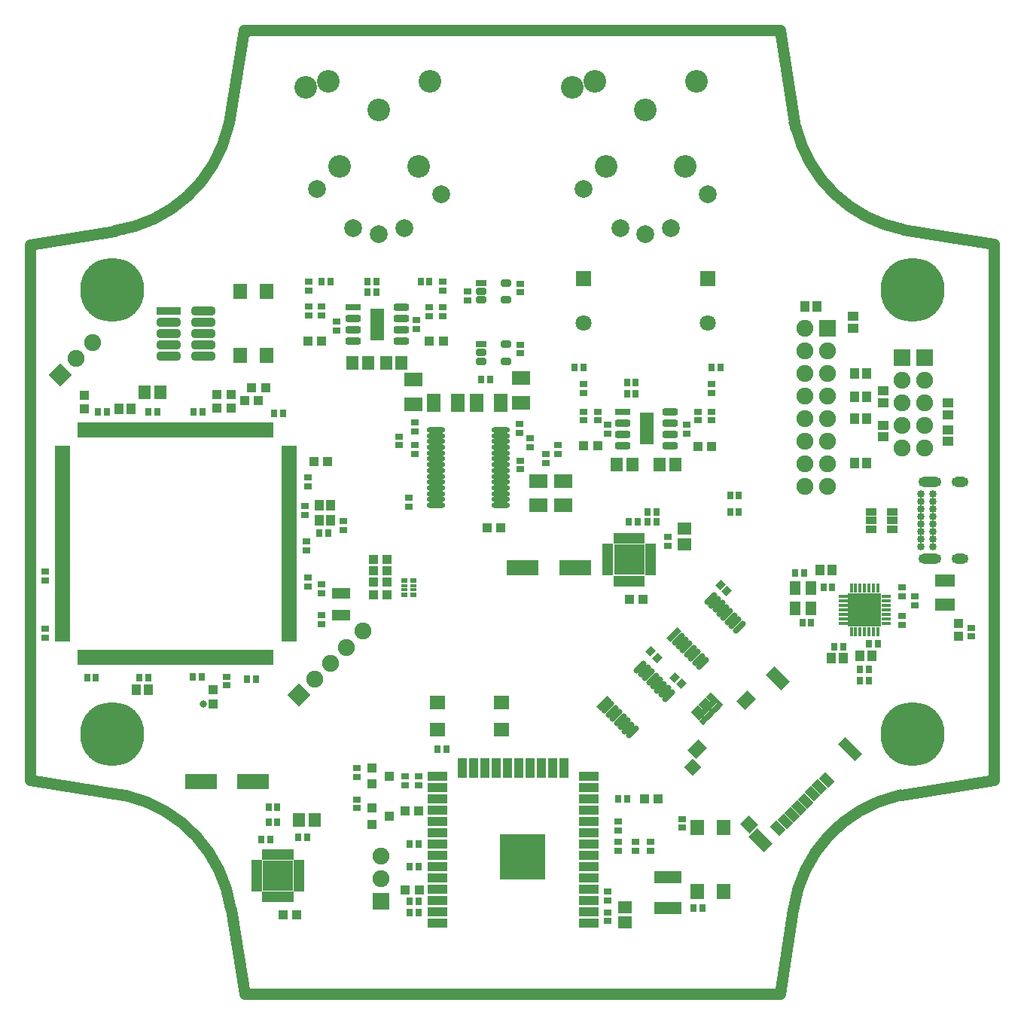
<source format=gts>
G04*
G04 #@! TF.GenerationSoftware,Altium Limited,Altium Designer,20.0.11 (256)*
G04*
G04 Layer_Color=8388736*
%FSLAX25Y25*%
%MOIN*%
G70*
G01*
G75*
%ADD75C,0.04921*%
%ADD76R,0.06312X0.05328*%
%ADD77R,0.01981X0.07099*%
%ADD78R,0.07099X0.01981*%
%ADD79R,0.03556X0.03162*%
%ADD80R,0.03162X0.03556*%
%ADD81R,0.07887X0.06312*%
G04:AMPARAMS|DCode=82|XSize=31.62mil|YSize=35.56mil|CornerRadius=0mil|HoleSize=0mil|Usage=FLASHONLY|Rotation=315.000|XOffset=0mil|YOffset=0mil|HoleType=Round|Shape=Rectangle|*
%AMROTATEDRECTD82*
4,1,4,-0.02375,-0.00139,0.00139,0.02375,0.02375,0.00139,-0.00139,-0.02375,-0.02375,-0.00139,0.0*
%
%ADD82ROTATEDRECTD82*%

%ADD83R,0.04147X0.04147*%
%ADD84R,0.13595X0.13595*%
%ADD85R,0.01981X0.04540*%
%ADD86R,0.04540X0.01981*%
%ADD87R,0.06312X0.07099*%
%ADD88R,0.10642X0.03753*%
G04:AMPARAMS|DCode=89|XSize=37.53mil|YSize=106.42mil|CornerRadius=11.38mil|HoleSize=0mil|Usage=FLASHONLY|Rotation=270.000|XOffset=0mil|YOffset=0mil|HoleType=Round|Shape=RoundedRectangle|*
%AMROUNDEDRECTD89*
21,1,0.03753,0.08366,0,0,270.0*
21,1,0.01476,0.10642,0,0,270.0*
1,1,0.02276,-0.04183,-0.00738*
1,1,0.02276,-0.04183,0.00738*
1,1,0.02276,0.04183,0.00738*
1,1,0.02276,0.04183,-0.00738*
%
%ADD89ROUNDEDRECTD89*%
%ADD90R,0.02769X0.01784*%
%ADD91R,0.02769X0.02178*%
%ADD92R,0.14383X0.06902*%
%ADD93R,0.03950X0.05131*%
%ADD94R,0.07887X0.04737*%
%ADD95R,0.05131X0.03359*%
%ADD96R,0.04143X0.04537*%
%ADD97R,0.04537X0.04143*%
%ADD98R,0.08792X0.05288*%
%ADD99R,0.03950X0.03950*%
%ADD100R,0.01824X0.04186*%
%ADD101R,0.04186X0.01824*%
%ADD102R,0.14580X0.14580*%
%ADD103R,0.05131X0.05918*%
G04:AMPARAMS|DCode=104|XSize=25.72mil|YSize=67.06mil|CornerRadius=0mil|HoleSize=0mil|Usage=FLASHONLY|Rotation=135.000|XOffset=0mil|YOffset=0mil|HoleType=Round|Shape=Rectangle|*
%AMROTATEDRECTD104*
4,1,4,0.03280,0.01462,-0.01462,-0.03280,-0.03280,-0.01462,0.01462,0.03280,0.03280,0.01462,0.0*
%
%ADD104ROTATEDRECTD104*%

G04:AMPARAMS|DCode=105|XSize=25.72mil|YSize=67.06mil|CornerRadius=8.43mil|HoleSize=0mil|Usage=FLASHONLY|Rotation=135.000|XOffset=0mil|YOffset=0mil|HoleType=Round|Shape=RoundedRectangle|*
%AMROUNDEDRECTD105*
21,1,0.02572,0.05020,0,0,135.0*
21,1,0.00886,0.06706,0,0,135.0*
1,1,0.01686,0.01462,0.02088*
1,1,0.01686,0.02088,0.01462*
1,1,0.01686,-0.01462,-0.02088*
1,1,0.01686,-0.02088,-0.01462*
%
%ADD105ROUNDEDRECTD105*%
%ADD106R,0.04737X0.03162*%
G04:AMPARAMS|DCode=107|XSize=31.62mil|YSize=47.37mil|CornerRadius=9.91mil|HoleSize=0mil|Usage=FLASHONLY|Rotation=90.000|XOffset=0mil|YOffset=0mil|HoleType=Round|Shape=RoundedRectangle|*
%AMROUNDEDRECTD107*
21,1,0.03162,0.02756,0,0,90.0*
21,1,0.01181,0.04737,0,0,90.0*
1,1,0.01981,0.01378,0.00591*
1,1,0.01981,0.01378,-0.00591*
1,1,0.01981,-0.01378,-0.00591*
1,1,0.01981,-0.01378,0.00591*
%
%ADD107ROUNDEDRECTD107*%
%ADD108R,0.05328X0.06312*%
%ADD109O,0.08083X0.02572*%
%ADD110R,0.06312X0.07887*%
G04:AMPARAMS|DCode=111|XSize=27.69mil|YSize=126.11mil|CornerRadius=0mil|HoleSize=0mil|Usage=FLASHONLY|Rotation=135.000|XOffset=0mil|YOffset=0mil|HoleType=Round|Shape=Rectangle|*
%AMROTATEDRECTD111*
4,1,4,0.05438,0.03480,-0.03480,-0.05438,-0.05438,-0.03480,0.03480,0.05438,0.05438,0.03480,0.0*
%
%ADD111ROTATEDRECTD111*%

G04:AMPARAMS|DCode=112|XSize=17.84mil|YSize=23.75mil|CornerRadius=0mil|HoleSize=0mil|Usage=FLASHONLY|Rotation=225.000|XOffset=0mil|YOffset=0mil|HoleType=Round|Shape=Rectangle|*
%AMROTATEDRECTD112*
4,1,4,-0.00209,0.01470,0.01470,-0.00209,0.00209,-0.01470,-0.01470,0.00209,-0.00209,0.01470,0.0*
%
%ADD112ROTATEDRECTD112*%

%ADD113R,0.12217X0.05721*%
%ADD114R,0.07099X0.06312*%
%ADD115R,0.04343X0.03950*%
%ADD116R,0.04147X0.04147*%
%ADD117R,0.08674X0.04343*%
%ADD118R,0.04343X0.08674*%
%ADD119R,0.20485X0.20485*%
%ADD120R,0.03950X0.03950*%
G04:AMPARAMS|DCode=121|XSize=39.5mil|YSize=56.82mil|CornerRadius=0mil|HoleSize=0mil|Usage=FLASHONLY|Rotation=225.000|XOffset=0mil|YOffset=0mil|HoleType=Round|Shape=Rectangle|*
%AMROTATEDRECTD121*
4,1,4,-0.00613,0.03405,0.03405,-0.00613,0.00613,-0.03405,-0.03405,0.00613,-0.00613,0.03405,0.0*
%
%ADD121ROTATEDRECTD121*%

G04:AMPARAMS|DCode=122|XSize=45.4mil|YSize=106.42mil|CornerRadius=0mil|HoleSize=0mil|Usage=FLASHONLY|Rotation=225.000|XOffset=0mil|YOffset=0mil|HoleType=Round|Shape=Rectangle|*
%AMROTATEDRECTD122*
4,1,4,-0.02158,0.05368,0.05368,-0.02158,0.02158,-0.05368,-0.05368,0.02158,-0.02158,0.05368,0.0*
%
%ADD122ROTATEDRECTD122*%

G04:AMPARAMS|DCode=123|XSize=53.28mil|YSize=94.61mil|CornerRadius=0mil|HoleSize=0mil|Usage=FLASHONLY|Rotation=225.000|XOffset=0mil|YOffset=0mil|HoleType=Round|Shape=Rectangle|*
%AMROTATEDRECTD123*
4,1,4,-0.01462,0.05229,0.05229,-0.01462,0.01462,-0.05229,-0.05229,0.01462,-0.01462,0.05229,0.0*
%
%ADD123ROTATEDRECTD123*%

G04:AMPARAMS|DCode=124|XSize=53.67mil|YSize=57.21mil|CornerRadius=0mil|HoleSize=0mil|Usage=FLASHONLY|Rotation=225.000|XOffset=0mil|YOffset=0mil|HoleType=Round|Shape=Rectangle|*
%AMROTATEDRECTD124*
4,1,4,-0.00125,0.03920,0.03920,-0.00125,0.00125,-0.03920,-0.03920,0.00125,-0.00125,0.03920,0.0*
%
%ADD124ROTATEDRECTD124*%

G04:AMPARAMS|DCode=125|XSize=53.67mil|YSize=55.24mil|CornerRadius=0mil|HoleSize=0mil|Usage=FLASHONLY|Rotation=225.000|XOffset=0mil|YOffset=0mil|HoleType=Round|Shape=Rectangle|*
%AMROTATEDRECTD125*
4,1,4,-0.00056,0.03851,0.03851,-0.00056,0.00056,-0.03851,-0.03851,0.00056,-0.00056,0.03851,0.0*
%
%ADD125ROTATEDRECTD125*%

G04:AMPARAMS|DCode=126|XSize=67.06mil|YSize=53.28mil|CornerRadius=0mil|HoleSize=0mil|Usage=FLASHONLY|Rotation=225.000|XOffset=0mil|YOffset=0mil|HoleType=Round|Shape=Rectangle|*
%AMROTATEDRECTD126*
4,1,4,0.00487,0.04254,0.04254,0.00487,-0.00487,-0.04254,-0.04254,-0.00487,0.00487,0.04254,0.0*
%
%ADD126ROTATEDRECTD126*%

%ADD127R,0.05918X0.14186*%
G04:AMPARAMS|DCode=128|XSize=31.62mil|YSize=69.02mil|CornerRadius=9.91mil|HoleSize=0mil|Usage=FLASHONLY|Rotation=90.000|XOffset=0mil|YOffset=0mil|HoleType=Round|Shape=RoundedRectangle|*
%AMROUNDEDRECTD128*
21,1,0.03162,0.04921,0,0,90.0*
21,1,0.01181,0.06902,0,0,90.0*
1,1,0.01981,0.02461,0.00591*
1,1,0.01981,0.02461,-0.00591*
1,1,0.01981,-0.02461,-0.00591*
1,1,0.01981,-0.02461,0.00591*
%
%ADD128ROUNDEDRECTD128*%
%ADD129R,0.06902X0.03162*%
%ADD130C,0.07493*%
%ADD131P,0.10597X4X90.0*%
%ADD132R,0.07493X0.07493*%
%ADD133C,0.03359*%
%ADD134O,0.10249X0.04343*%
%ADD135O,0.07493X0.04343*%
%ADD136C,0.07887*%
%ADD137C,0.10052*%
%ADD138C,0.07099*%
%ADD139R,0.07099X0.07099*%
%ADD140C,0.28359*%
%ADD141C,0.03162*%
D75*
X52657Y-77562D02*
G03*
X6293Y-27122I-59965J-8591D01*
G01*
X1083Y222933D02*
G03*
X51523Y269298I-8591J59965D01*
G01*
X302731Y269036D02*
G03*
X350449Y223475I59362J14404D01*
G01*
X348038Y-27122D02*
G03*
X301673Y-77562I13600J-59031D01*
G01*
X-36220Y-20167D02*
X4973Y-26744D01*
X52803Y-77539D02*
X58731Y-114964D01*
X390551Y217086D02*
X390551Y-20167D01*
X-36319Y216860D02*
X-36319Y-20025D01*
X369185Y220470D02*
X390551Y217086D01*
X51900Y270617D02*
X58478Y311811D01*
X295672D01*
X350417Y223443D02*
X369185Y220470D01*
X295672Y311811D02*
X302534Y268839D01*
X-36319Y216860D02*
X1106Y222787D01*
X58597Y-114961D02*
X289421D01*
X295374D01*
X295600Y-114964D02*
X301527Y-77539D01*
X349357Y-26744D02*
X390551Y-20167D01*
D76*
X227165Y-76476D02*
D03*
Y-83366D02*
D03*
X253543Y91142D02*
D03*
Y84252D02*
D03*
D77*
X70472Y34252D02*
D03*
X68504D02*
D03*
X66535D02*
D03*
X64567D02*
D03*
X62598D02*
D03*
X60630D02*
D03*
X58661D02*
D03*
X56693D02*
D03*
X54724D02*
D03*
X52756D02*
D03*
X50787D02*
D03*
X48819D02*
D03*
X46850D02*
D03*
X44882D02*
D03*
X42913D02*
D03*
X40945D02*
D03*
X38976D02*
D03*
X37008D02*
D03*
X35039D02*
D03*
X33071D02*
D03*
X31102D02*
D03*
X29134D02*
D03*
X27165D02*
D03*
X25197D02*
D03*
X23228D02*
D03*
X21260D02*
D03*
X19291D02*
D03*
X17323D02*
D03*
X15354D02*
D03*
X13386D02*
D03*
X11417D02*
D03*
X9449D02*
D03*
X7480D02*
D03*
X5512D02*
D03*
X3543D02*
D03*
X1575D02*
D03*
X-394D02*
D03*
X-2362D02*
D03*
X-4331D02*
D03*
X-6299D02*
D03*
X-8268D02*
D03*
X-10236D02*
D03*
X-12205D02*
D03*
X-14173D02*
D03*
Y134646D02*
D03*
X-12205D02*
D03*
X-10236D02*
D03*
X-8268D02*
D03*
X-6299D02*
D03*
X-4331D02*
D03*
X-2362D02*
D03*
X-394D02*
D03*
X1575D02*
D03*
X3543D02*
D03*
X5512D02*
D03*
X7480D02*
D03*
X9449D02*
D03*
X11417D02*
D03*
X13386D02*
D03*
X15354D02*
D03*
X17323D02*
D03*
X19291D02*
D03*
X21260D02*
D03*
X23228D02*
D03*
X25197D02*
D03*
X27165D02*
D03*
X29134D02*
D03*
X31102D02*
D03*
X33071D02*
D03*
X35039D02*
D03*
X37008D02*
D03*
X38976D02*
D03*
X40945D02*
D03*
X42913D02*
D03*
X44882D02*
D03*
X46850D02*
D03*
X48819D02*
D03*
X50787D02*
D03*
X52756D02*
D03*
X54724D02*
D03*
X56693D02*
D03*
X58661D02*
D03*
X60630D02*
D03*
X62598D02*
D03*
X64567D02*
D03*
X66535D02*
D03*
X68504D02*
D03*
X70472D02*
D03*
D78*
X-22047Y42126D02*
D03*
Y44094D02*
D03*
Y46063D02*
D03*
Y48031D02*
D03*
Y50000D02*
D03*
Y51969D02*
D03*
Y53937D02*
D03*
Y55906D02*
D03*
Y57874D02*
D03*
Y59843D02*
D03*
Y61811D02*
D03*
Y63780D02*
D03*
Y65748D02*
D03*
Y67717D02*
D03*
Y69685D02*
D03*
Y71654D02*
D03*
Y73622D02*
D03*
Y75591D02*
D03*
Y77559D02*
D03*
Y79528D02*
D03*
Y81496D02*
D03*
Y83465D02*
D03*
Y85433D02*
D03*
Y87402D02*
D03*
Y89370D02*
D03*
Y91339D02*
D03*
Y93307D02*
D03*
Y95276D02*
D03*
Y97244D02*
D03*
Y99213D02*
D03*
Y101181D02*
D03*
Y103150D02*
D03*
Y105118D02*
D03*
Y107087D02*
D03*
Y109055D02*
D03*
Y111024D02*
D03*
Y112992D02*
D03*
Y114961D02*
D03*
Y116929D02*
D03*
Y118898D02*
D03*
Y120866D02*
D03*
Y122835D02*
D03*
Y124803D02*
D03*
Y126772D02*
D03*
X78346D02*
D03*
Y124803D02*
D03*
Y122835D02*
D03*
Y120866D02*
D03*
Y118898D02*
D03*
Y116929D02*
D03*
Y114961D02*
D03*
Y112992D02*
D03*
Y111024D02*
D03*
Y109055D02*
D03*
Y107087D02*
D03*
Y105118D02*
D03*
Y103150D02*
D03*
Y101181D02*
D03*
Y99213D02*
D03*
Y97244D02*
D03*
Y95276D02*
D03*
Y93307D02*
D03*
Y91339D02*
D03*
Y89370D02*
D03*
Y87402D02*
D03*
Y85433D02*
D03*
Y83465D02*
D03*
Y81496D02*
D03*
Y79528D02*
D03*
Y77559D02*
D03*
Y75591D02*
D03*
Y73622D02*
D03*
Y71654D02*
D03*
Y69685D02*
D03*
Y67717D02*
D03*
Y65748D02*
D03*
Y63780D02*
D03*
Y61811D02*
D03*
Y59843D02*
D03*
Y57874D02*
D03*
Y55906D02*
D03*
Y53937D02*
D03*
Y51969D02*
D03*
Y50000D02*
D03*
Y48031D02*
D03*
Y46063D02*
D03*
Y44094D02*
D03*
Y42126D02*
D03*
D79*
X99536Y178839D02*
D03*
Y182776D02*
D03*
X-29528Y42913D02*
D03*
Y46850D02*
D03*
X-29528Y68110D02*
D03*
Y72047D02*
D03*
X87008Y196457D02*
D03*
Y200394D02*
D03*
X92913Y189469D02*
D03*
Y185532D02*
D03*
X87008D02*
D03*
Y189469D02*
D03*
X224016Y-38701D02*
D03*
Y-42638D02*
D03*
X86614Y109843D02*
D03*
Y113779D02*
D03*
X85433Y97244D02*
D03*
Y101181D02*
D03*
X102362Y94488D02*
D03*
Y90551D02*
D03*
X86221Y85433D02*
D03*
Y81496D02*
D03*
X86614Y69291D02*
D03*
Y65354D02*
D03*
X92913Y62598D02*
D03*
Y66535D02*
D03*
Y52756D02*
D03*
Y48819D02*
D03*
X380315Y47244D02*
D03*
Y43307D02*
D03*
X349606Y61063D02*
D03*
Y65000D02*
D03*
X355512Y57126D02*
D03*
Y61063D02*
D03*
X349606Y52362D02*
D03*
Y48425D02*
D03*
X245937Y83382D02*
D03*
Y87319D02*
D03*
X180709Y168622D02*
D03*
Y172559D02*
D03*
Y195669D02*
D03*
Y199606D02*
D03*
X157480Y192126D02*
D03*
Y196063D02*
D03*
X146457Y196457D02*
D03*
Y200394D02*
D03*
X134252Y124016D02*
D03*
Y127953D02*
D03*
X127165D02*
D03*
Y131890D02*
D03*
X131496Y100787D02*
D03*
Y104724D02*
D03*
X134252Y138189D02*
D03*
Y134252D02*
D03*
X180512Y137402D02*
D03*
Y133465D02*
D03*
X185236Y127165D02*
D03*
Y131102D02*
D03*
X191929Y124016D02*
D03*
Y120079D02*
D03*
X197441Y124016D02*
D03*
Y127953D02*
D03*
X254331Y137008D02*
D03*
Y133071D02*
D03*
X224212Y-47637D02*
D03*
Y-51574D02*
D03*
X231692D02*
D03*
Y-47637D02*
D03*
X238385D02*
D03*
Y-51574D02*
D03*
X219291Y-73622D02*
D03*
Y-69685D02*
D03*
X252362Y-41339D02*
D03*
Y-37402D02*
D03*
X219291Y-78740D02*
D03*
Y-82677D02*
D03*
X108268Y-32677D02*
D03*
Y-28740D02*
D03*
Y-14961D02*
D03*
Y-18898D02*
D03*
X135827Y-18504D02*
D03*
Y-22441D02*
D03*
X129823D02*
D03*
Y-18504D02*
D03*
X50787Y21654D02*
D03*
Y25591D02*
D03*
X180709Y117323D02*
D03*
Y121260D02*
D03*
X265354Y142913D02*
D03*
Y138976D02*
D03*
Y155118D02*
D03*
Y151181D02*
D03*
X259449Y138976D02*
D03*
Y142913D02*
D03*
X208661Y155118D02*
D03*
Y151181D02*
D03*
X214961Y138976D02*
D03*
Y142913D02*
D03*
X208661D02*
D03*
Y138976D02*
D03*
X219291Y137008D02*
D03*
Y133071D02*
D03*
X146457Y189075D02*
D03*
Y185138D02*
D03*
X140551D02*
D03*
Y189075D02*
D03*
X134646Y179528D02*
D03*
Y183465D02*
D03*
D80*
X277559Y105905D02*
D03*
X273622D02*
D03*
X277559Y98425D02*
D03*
X273622D02*
D03*
X309528Y49528D02*
D03*
X305591D02*
D03*
X96850Y200394D02*
D03*
X92913D02*
D03*
X257492Y-76772D02*
D03*
X261429D02*
D03*
X91732Y88976D02*
D03*
X95669D02*
D03*
X323623Y38875D02*
D03*
X319686D02*
D03*
X339094Y40197D02*
D03*
X335157D02*
D03*
X331221Y23661D02*
D03*
X335157D02*
D03*
Y28780D02*
D03*
X331221D02*
D03*
X318898Y64961D02*
D03*
X314961D02*
D03*
X302441Y71575D02*
D03*
X306378D02*
D03*
X240945Y98425D02*
D03*
X237008D02*
D03*
Y94095D02*
D03*
X240945D02*
D03*
X232677D02*
D03*
X228740D02*
D03*
X269291Y162598D02*
D03*
X265354D02*
D03*
X204724D02*
D03*
X208661D02*
D03*
X136614Y200394D02*
D03*
X140551D02*
D03*
X116929D02*
D03*
X112992D02*
D03*
X112992Y195669D02*
D03*
X116929D02*
D03*
X227953Y155906D02*
D03*
X231890D02*
D03*
Y150787D02*
D03*
X227953D02*
D03*
X148031Y-6693D02*
D03*
X144095D02*
D03*
X73228Y-32087D02*
D03*
X69291D02*
D03*
Y-38779D02*
D03*
X73228D02*
D03*
X70079Y-46653D02*
D03*
X66142D02*
D03*
X82480Y-45669D02*
D03*
X86417D02*
D03*
X135827Y-48701D02*
D03*
X131890D02*
D03*
X135827Y-58661D02*
D03*
X131890D02*
D03*
X135827Y-74016D02*
D03*
X131890D02*
D03*
X135827Y-78740D02*
D03*
X131890D02*
D03*
X63779Y24409D02*
D03*
X59842D02*
D03*
X39764Y25591D02*
D03*
X35827D02*
D03*
X16142Y25197D02*
D03*
X12205D02*
D03*
X-7087Y25197D02*
D03*
X-11024D02*
D03*
X75590Y142126D02*
D03*
X71653D02*
D03*
X36220Y142913D02*
D03*
X40157D02*
D03*
X16142D02*
D03*
X20079D02*
D03*
X-2362D02*
D03*
X-6299D02*
D03*
X163386Y157087D02*
D03*
X167323D02*
D03*
X224016Y-28701D02*
D03*
X227953D02*
D03*
D81*
X181102Y146850D02*
D03*
Y157677D02*
D03*
X133465Y146161D02*
D03*
Y156988D02*
D03*
X199803Y112205D02*
D03*
Y101378D02*
D03*
X188779Y112205D02*
D03*
Y101378D02*
D03*
D82*
X249185Y25225D02*
D03*
X251969Y22441D02*
D03*
X272075Y63358D02*
D03*
X269291Y66142D02*
D03*
X241367Y33830D02*
D03*
X238583Y36614D02*
D03*
D83*
X172047Y91339D02*
D03*
X165945D02*
D03*
X95472Y120866D02*
D03*
X89370D02*
D03*
X235039Y59842D02*
D03*
X228937D02*
D03*
X208858Y127913D02*
D03*
X214961D02*
D03*
X75590Y-79921D02*
D03*
X81693D02*
D03*
X129724Y-33858D02*
D03*
X135827D02*
D03*
X129823Y-68898D02*
D03*
X135925D02*
D03*
X68012Y153543D02*
D03*
X61910D02*
D03*
X64862Y147638D02*
D03*
X58760D02*
D03*
X259449Y127559D02*
D03*
X265551D02*
D03*
X140551Y173996D02*
D03*
X146653D02*
D03*
X92913D02*
D03*
X86811D02*
D03*
D84*
X73425Y-62598D02*
D03*
X228937Y77382D02*
D03*
D85*
X79331Y-72047D02*
D03*
X77362D02*
D03*
X75394D02*
D03*
X73425D02*
D03*
X71457D02*
D03*
X69488D02*
D03*
X67520D02*
D03*
Y-53150D02*
D03*
X69488D02*
D03*
X71457D02*
D03*
X73425D02*
D03*
X75394D02*
D03*
X77362D02*
D03*
X79331D02*
D03*
X234843Y86831D02*
D03*
X232874D02*
D03*
X230906D02*
D03*
X228937D02*
D03*
X226969D02*
D03*
X225000D02*
D03*
X223032D02*
D03*
Y67933D02*
D03*
X225000D02*
D03*
X226969D02*
D03*
X228937D02*
D03*
X230906D02*
D03*
X232874D02*
D03*
X234843D02*
D03*
D86*
X63976Y-68504D02*
D03*
Y-66535D02*
D03*
Y-64567D02*
D03*
Y-62598D02*
D03*
Y-60630D02*
D03*
Y-58661D02*
D03*
Y-56693D02*
D03*
X82874D02*
D03*
Y-58661D02*
D03*
Y-60630D02*
D03*
Y-62598D02*
D03*
Y-64567D02*
D03*
Y-66535D02*
D03*
Y-68504D02*
D03*
X238386Y71477D02*
D03*
Y73445D02*
D03*
Y75414D02*
D03*
Y77382D02*
D03*
Y79351D02*
D03*
Y81319D02*
D03*
Y83288D02*
D03*
X219488D02*
D03*
Y81319D02*
D03*
Y79351D02*
D03*
Y77382D02*
D03*
Y75414D02*
D03*
Y73445D02*
D03*
Y71477D02*
D03*
D87*
X68504Y167716D02*
D03*
Y196063D02*
D03*
X56693Y167716D02*
D03*
Y196063D02*
D03*
X259055Y-41339D02*
D03*
Y-69685D02*
D03*
X270866Y-41339D02*
D03*
Y-69685D02*
D03*
D88*
X25197Y187284D02*
D03*
D89*
X40551D02*
D03*
Y182283D02*
D03*
X25197D02*
D03*
X40551Y177284D02*
D03*
X25197D02*
D03*
X40551Y172283D02*
D03*
X25197D02*
D03*
X40551Y167283D02*
D03*
X25197D02*
D03*
D90*
X129528Y65945D02*
D03*
Y63976D02*
D03*
X133465Y65945D02*
D03*
Y63976D02*
D03*
D91*
X129528Y68110D02*
D03*
X133465D02*
D03*
X129528Y61811D02*
D03*
X133465D02*
D03*
D92*
X39272Y-20768D02*
D03*
X62500D02*
D03*
X181791Y73622D02*
D03*
X205020D02*
D03*
D93*
X96850Y94882D02*
D03*
Y101575D02*
D03*
X91732D02*
D03*
Y94882D02*
D03*
D94*
X101575Y52756D02*
D03*
Y62598D02*
D03*
D95*
X336102Y90945D02*
D03*
Y94685D02*
D03*
Y98425D02*
D03*
X345551D02*
D03*
Y94685D02*
D03*
Y90945D02*
D03*
D96*
X306693Y189370D02*
D03*
X312008D02*
D03*
X328858Y159843D02*
D03*
X334173D02*
D03*
Y149606D02*
D03*
X328858D02*
D03*
X328858Y139842D02*
D03*
X334173D02*
D03*
X328858Y120079D02*
D03*
X334173D02*
D03*
X323623Y33757D02*
D03*
X318308D02*
D03*
X331221Y34685D02*
D03*
X336535D02*
D03*
X318898Y72835D02*
D03*
X313583D02*
D03*
X10827Y19685D02*
D03*
X16142D02*
D03*
X3150Y144095D02*
D03*
X8465D02*
D03*
D97*
X327953Y179842D02*
D03*
Y185158D02*
D03*
X370079Y134941D02*
D03*
Y129626D02*
D03*
X370079Y146850D02*
D03*
Y141535D02*
D03*
X341339Y146653D02*
D03*
Y151969D02*
D03*
X341417Y136929D02*
D03*
Y131614D02*
D03*
D98*
X368898Y57480D02*
D03*
Y67953D02*
D03*
D99*
X374803Y49213D02*
D03*
Y43307D02*
D03*
D100*
X339094Y64744D02*
D03*
X337126D02*
D03*
X335157D02*
D03*
X333189D02*
D03*
X331221D02*
D03*
X329252D02*
D03*
X327284D02*
D03*
Y45571D02*
D03*
X329252D02*
D03*
X331221D02*
D03*
X333189D02*
D03*
X335157D02*
D03*
X337126D02*
D03*
X339094D02*
D03*
D101*
X323602Y61063D02*
D03*
Y59095D02*
D03*
Y57126D02*
D03*
Y55158D02*
D03*
Y53189D02*
D03*
Y51221D02*
D03*
Y49252D02*
D03*
X342776D02*
D03*
Y51221D02*
D03*
Y53189D02*
D03*
Y55158D02*
D03*
Y57126D02*
D03*
Y59095D02*
D03*
Y61063D02*
D03*
D102*
X333189Y55158D02*
D03*
D103*
X302441Y64882D02*
D03*
Y55827D02*
D03*
X309528Y64882D02*
D03*
Y55827D02*
D03*
D104*
X248826Y44087D02*
D03*
X217719Y13767D02*
D03*
D105*
X250636Y42277D02*
D03*
X252445Y40468D02*
D03*
X254255Y38658D02*
D03*
X256065Y36849D02*
D03*
X257874Y35039D02*
D03*
X259683Y33230D02*
D03*
X261493Y31420D02*
D03*
X264973Y60233D02*
D03*
X266782Y58424D02*
D03*
X268592Y56615D02*
D03*
X270402Y54805D02*
D03*
X272211Y52995D02*
D03*
X274021Y51186D02*
D03*
X275830Y49376D02*
D03*
X277640Y47567D02*
D03*
X246532Y17247D02*
D03*
X244723Y19057D02*
D03*
X242913Y20866D02*
D03*
X241104Y22676D02*
D03*
X239294Y24485D02*
D03*
X237485Y26295D02*
D03*
X235675Y28104D02*
D03*
X233866Y29914D02*
D03*
X230386Y1101D02*
D03*
X228576Y2910D02*
D03*
X226767Y4720D02*
D03*
X224957Y6529D02*
D03*
X223148Y8339D02*
D03*
X221338Y10148D02*
D03*
X219529Y11958D02*
D03*
D106*
X163484Y199803D02*
D03*
Y172756D02*
D03*
D107*
Y196063D02*
D03*
Y192323D02*
D03*
X174311D02*
D03*
Y199803D02*
D03*
X163484Y169016D02*
D03*
Y165275D02*
D03*
X174311D02*
D03*
Y172756D02*
D03*
D108*
X106471Y164567D02*
D03*
X113360D02*
D03*
X128149D02*
D03*
X121260D02*
D03*
X223425Y119291D02*
D03*
X230315D02*
D03*
X249410Y119390D02*
D03*
X242520D02*
D03*
X89764Y-37795D02*
D03*
X82874D02*
D03*
X21456Y151575D02*
D03*
X14567D02*
D03*
D109*
X171949Y101476D02*
D03*
Y104035D02*
D03*
Y106595D02*
D03*
Y109154D02*
D03*
Y111713D02*
D03*
Y114272D02*
D03*
Y116831D02*
D03*
Y119390D02*
D03*
Y121949D02*
D03*
Y124508D02*
D03*
Y127067D02*
D03*
Y129626D02*
D03*
Y132185D02*
D03*
Y134744D02*
D03*
X143405Y101476D02*
D03*
Y104035D02*
D03*
Y106595D02*
D03*
Y109154D02*
D03*
Y111713D02*
D03*
Y114272D02*
D03*
Y116831D02*
D03*
Y119390D02*
D03*
Y121949D02*
D03*
Y124508D02*
D03*
Y127067D02*
D03*
Y129626D02*
D03*
Y132185D02*
D03*
Y134744D02*
D03*
D110*
X142323Y146850D02*
D03*
X153149D02*
D03*
X172244D02*
D03*
X161417D02*
D03*
D111*
X263447Y11300D02*
D03*
D112*
X257671Y9282D02*
D03*
X258784Y10395D02*
D03*
X259898Y11509D02*
D03*
X261011Y12622D02*
D03*
X262125Y13736D02*
D03*
X263238Y14849D02*
D03*
X264352Y15963D02*
D03*
X265465Y17077D02*
D03*
X269224Y13318D02*
D03*
X268110Y12205D02*
D03*
X266997Y11091D02*
D03*
X265883Y9978D02*
D03*
X264770Y8864D02*
D03*
X263656Y7751D02*
D03*
X262543Y6637D02*
D03*
X261429Y5523D02*
D03*
D113*
X246063Y-76870D02*
D03*
Y-63287D02*
D03*
D114*
X172579Y14091D02*
D03*
X144232D02*
D03*
X172579Y2280D02*
D03*
X144232D02*
D03*
D115*
X114961Y-14961D02*
D03*
Y-22047D02*
D03*
X122835Y-18504D02*
D03*
X114961Y-32677D02*
D03*
Y-39764D02*
D03*
X122835Y-36220D02*
D03*
D116*
X44882Y13583D02*
D03*
Y19685D02*
D03*
X52756Y150591D02*
D03*
Y144488D02*
D03*
X46457Y150591D02*
D03*
Y144488D02*
D03*
X-12205Y150197D02*
D03*
Y144095D02*
D03*
D117*
X144232Y-83701D02*
D03*
Y-78701D02*
D03*
Y-73701D02*
D03*
Y-68701D02*
D03*
Y-63701D02*
D03*
Y-58701D02*
D03*
Y-53701D02*
D03*
Y-48701D02*
D03*
Y-43701D02*
D03*
Y-38701D02*
D03*
Y-33701D02*
D03*
Y-28701D02*
D03*
Y-23701D02*
D03*
Y-18701D02*
D03*
X211161D02*
D03*
Y-23701D02*
D03*
Y-28701D02*
D03*
Y-33701D02*
D03*
Y-38701D02*
D03*
Y-43701D02*
D03*
Y-48701D02*
D03*
Y-53701D02*
D03*
Y-58701D02*
D03*
Y-63701D02*
D03*
Y-68701D02*
D03*
Y-73701D02*
D03*
Y-78701D02*
D03*
Y-83701D02*
D03*
D118*
X155197Y-14764D02*
D03*
X160197D02*
D03*
X165197D02*
D03*
X170197D02*
D03*
X175197D02*
D03*
X180197D02*
D03*
X185197D02*
D03*
X190197D02*
D03*
X195197D02*
D03*
X200197D02*
D03*
D119*
X181634Y-54173D02*
D03*
D120*
X121806Y77559D02*
D03*
X115901D02*
D03*
X121609Y72480D02*
D03*
X115704D02*
D03*
X121806Y67323D02*
D03*
X115901D02*
D03*
X121806Y61811D02*
D03*
X115901D02*
D03*
X241732Y-28701D02*
D03*
X235827D02*
D03*
D121*
X316316Y-20248D02*
D03*
X313254Y-23310D02*
D03*
X310191Y-26373D02*
D03*
X307129Y-29435D02*
D03*
X304067Y-32497D02*
D03*
X301005Y-35560D02*
D03*
X297942Y-38622D02*
D03*
X294880Y-41684D02*
D03*
D122*
X326658Y-6398D02*
D03*
D123*
X287016Y-46876D02*
D03*
X294838Y24865D02*
D03*
D124*
X282158Y-39763D02*
D03*
D125*
X257103Y-14708D02*
D03*
D126*
X280641Y15093D02*
D03*
X258982Y-6565D02*
D03*
D127*
X236614Y135413D02*
D03*
X117323Y181496D02*
D03*
D128*
X247244Y127913D02*
D03*
Y132913D02*
D03*
Y137913D02*
D03*
Y142913D02*
D03*
X225984Y127913D02*
D03*
Y132913D02*
D03*
Y137913D02*
D03*
X127953Y173996D02*
D03*
Y178996D02*
D03*
Y183996D02*
D03*
Y188996D02*
D03*
X106693Y173996D02*
D03*
Y178996D02*
D03*
Y183996D02*
D03*
D129*
X225984Y142913D02*
D03*
X106693Y188996D02*
D03*
D130*
X-8677Y173410D02*
D03*
X-15748Y166339D02*
D03*
X119095Y-53976D02*
D03*
Y-63976D02*
D03*
X89779Y24425D02*
D03*
X96850Y31496D02*
D03*
X103921Y38567D02*
D03*
X110993Y45638D02*
D03*
X359842Y126850D02*
D03*
Y136850D02*
D03*
Y146850D02*
D03*
Y156850D02*
D03*
X349843Y126850D02*
D03*
Y136850D02*
D03*
Y146850D02*
D03*
Y156850D02*
D03*
X306693Y179842D02*
D03*
Y169843D02*
D03*
Y159843D02*
D03*
Y149843D02*
D03*
Y139842D02*
D03*
Y129842D02*
D03*
Y119843D02*
D03*
Y109843D02*
D03*
X316693D02*
D03*
Y119843D02*
D03*
Y129842D02*
D03*
Y139842D02*
D03*
Y149843D02*
D03*
Y159843D02*
D03*
Y169843D02*
D03*
D131*
X-22819Y159267D02*
D03*
X82708Y17354D02*
D03*
D132*
X119095Y-73976D02*
D03*
X359842Y166850D02*
D03*
X349843D02*
D03*
X316693Y179842D02*
D03*
D133*
X358170Y83169D02*
D03*
Y86516D02*
D03*
Y89862D02*
D03*
Y93209D02*
D03*
Y96555D02*
D03*
Y99902D02*
D03*
Y103248D02*
D03*
Y106595D02*
D03*
X363484D02*
D03*
Y103248D02*
D03*
Y99902D02*
D03*
Y96555D02*
D03*
Y93209D02*
D03*
Y89862D02*
D03*
Y86516D02*
D03*
Y83169D02*
D03*
D134*
X362028Y77854D02*
D03*
Y111910D02*
D03*
D135*
X375335D02*
D03*
Y77854D02*
D03*
D136*
X208721Y241476D02*
D03*
X263721Y238976D02*
D03*
X236221Y221476D02*
D03*
X224971Y223976D02*
D03*
X247471D02*
D03*
X90610Y241476D02*
D03*
X145610Y238976D02*
D03*
X118110Y221476D02*
D03*
X106860Y223976D02*
D03*
X129360D02*
D03*
D137*
X218721Y251476D02*
D03*
X253721D02*
D03*
X203721Y286476D02*
D03*
X213721Y288976D02*
D03*
X236221Y276476D02*
D03*
X258721Y288976D02*
D03*
X100610Y251476D02*
D03*
X135610D02*
D03*
X85610Y286476D02*
D03*
X95610Y288976D02*
D03*
X118110Y276476D02*
D03*
X140610Y288976D02*
D03*
D138*
X208721Y182087D02*
D03*
X263721D02*
D03*
D139*
X208721Y201772D02*
D03*
X263721D02*
D03*
D140*
X354331Y196850D02*
D03*
X-0D02*
D03*
X354331Y-0D02*
D03*
X-0D02*
D03*
D141*
X40551Y13386D02*
D03*
X349016Y-25787D02*
D03*
X389764Y-18701D02*
D03*
Y984D02*
D03*
Y20669D02*
D03*
Y40354D02*
D03*
Y79724D02*
D03*
Y99409D02*
D03*
Y119095D02*
D03*
Y138779D02*
D03*
Y158465D02*
D03*
Y178150D02*
D03*
Y197835D02*
D03*
Y215551D02*
D03*
X360236Y220965D02*
D03*
X331693Y229331D02*
D03*
X308071Y252953D02*
D03*
X301181Y270669D02*
D03*
X294882Y311024D02*
D03*
X298228Y291338D02*
D03*
X88583Y311024D02*
D03*
X118110Y311024D02*
D03*
X147638Y311024D02*
D03*
X167323D02*
D03*
X216535D02*
D03*
X236220D02*
D03*
X255906D02*
D03*
X275590D02*
D03*
X60039Y310039D02*
D03*
X38780Y242717D02*
D03*
X-35433Y-18701D02*
D03*
X77756Y-114173D02*
D03*
X274606D02*
D03*
X5315Y222638D02*
D03*
X53543Y274606D02*
D03*
Y-77756D02*
D03*
X4921Y-25787D02*
D03*
X38780Y-45866D02*
D03*
X59449Y-113780D02*
D03*
X294882Y-114173D02*
D03*
M02*

</source>
